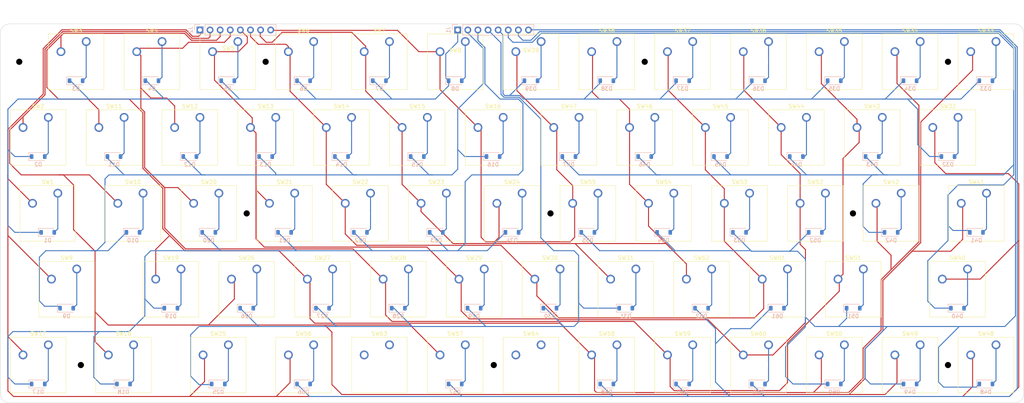
<source format=kicad_pcb>
(kicad_pcb (version 20221018) (generator pcbnew)

  (general
    (thickness 1.6)
  )

  (paper "A3")
  (layers
    (0 "F.Cu" signal)
    (31 "B.Cu" signal)
    (32 "B.Adhes" user "B.Adhesive")
    (33 "F.Adhes" user "F.Adhesive")
    (34 "B.Paste" user)
    (35 "F.Paste" user)
    (36 "B.SilkS" user "B.Silkscreen")
    (37 "F.SilkS" user "F.Silkscreen")
    (38 "B.Mask" user)
    (39 "F.Mask" user)
    (40 "Dwgs.User" user "User.Drawings")
    (41 "Cmts.User" user "User.Comments")
    (42 "Eco1.User" user "User.Eco1")
    (43 "Eco2.User" user "User.Eco2")
    (44 "Edge.Cuts" user)
    (45 "Margin" user)
    (46 "B.CrtYd" user "B.Courtyard")
    (47 "F.CrtYd" user "F.Courtyard")
    (48 "B.Fab" user)
    (49 "F.Fab" user)
    (50 "User.1" user)
    (51 "User.2" user)
    (52 "User.3" user)
    (53 "User.4" user)
    (54 "User.5" user)
    (55 "User.6" user)
    (56 "User.7" user)
    (57 "User.8" user)
    (58 "User.9" user)
  )

  (setup
    (pad_to_mask_clearance 0)
    (aux_axis_origin 83.185 188.11875)
    (grid_origin 83.185 188.11875)
    (pcbplotparams
      (layerselection 0x00010fc_ffffffff)
      (plot_on_all_layers_selection 0x0000000_00000000)
      (disableapertmacros false)
      (usegerberextensions false)
      (usegerberattributes true)
      (usegerberadvancedattributes true)
      (creategerberjobfile true)
      (dashed_line_dash_ratio 12.000000)
      (dashed_line_gap_ratio 3.000000)
      (svgprecision 4)
      (plotframeref false)
      (viasonmask false)
      (mode 1)
      (useauxorigin false)
      (hpglpennumber 1)
      (hpglpenspeed 20)
      (hpglpendiameter 15.000000)
      (dxfpolygonmode true)
      (dxfimperialunits true)
      (dxfusepcbnewfont true)
      (psnegative false)
      (psa4output false)
      (plotreference true)
      (plotvalue true)
      (plotinvisibletext false)
      (sketchpadsonfab false)
      (subtractmaskfromsilk false)
      (outputformat 1)
      (mirror false)
      (drillshape 1)
      (scaleselection 1)
      (outputdirectory "")
    )
  )

  (net 0 "")
  (net 1 "Net-(D1-K)")
  (net 2 "Net-(D1-A)")
  (net 3 "Net-(D10-A)")
  (net 4 "Net-(D10-K)")
  (net 5 "Net-(D17-K)")
  (net 6 "Net-(D17-A)")
  (net 7 "Net-(D25-K)")
  (net 8 "Net-(D25-A)")
  (net 9 "Net-(D32-K)")
  (net 10 "Net-(D33-A)")
  (net 11 "Net-(D40-K)")
  (net 12 "Net-(D41-A)")
  (net 13 "Net-(D48-K)")
  (net 14 "Net-(D49-A)")
  (net 15 "Net-(D56-K)")
  (net 16 "Net-(D56-A)")
  (net 17 "Net-(J2-Pin_1)")
  (net 18 "Net-(J2-Pin_2)")
  (net 19 "Net-(J2-Pin_3)")
  (net 20 "Net-(J2-Pin_4)")
  (net 21 "Net-(J2-Pin_5)")
  (net 22 "Net-(J2-Pin_6)")
  (net 23 "Net-(J2-Pin_7)")
  (net 24 "Net-(J2-Pin_8)")
  (net 25 "unconnected-(SW63-Pad1)")
  (net 26 "unconnected-(SW63-Pad2)")
  (net 27 "unconnected-(SW64-Pad1)")
  (net 28 "unconnected-(SW64-Pad2)")
  (net 29 "Net-(D2-A)")
  (net 30 "Net-(D3-A)")
  (net 31 "Net-(D4-A)")
  (net 32 "Net-(D5-A)")
  (net 33 "Net-(D6-A)")
  (net 34 "Net-(D7-A)")
  (net 35 "Net-(D8-A)")
  (net 36 "Net-(D9-A)")
  (net 37 "Net-(D11-A)")
  (net 38 "Net-(D12-A)")
  (net 39 "Net-(D13-A)")
  (net 40 "Net-(D14-A)")
  (net 41 "Net-(D15-A)")
  (net 42 "Net-(D16-A)")
  (net 43 "Net-(D18-A)")
  (net 44 "Net-(D19-A)")
  (net 45 "Net-(D20-A)")
  (net 46 "Net-(D21-A)")
  (net 47 "Net-(D22-A)")
  (net 48 "Net-(D23-A)")
  (net 49 "Net-(D24-A)")
  (net 50 "Net-(D26-A)")
  (net 51 "Net-(D27-A)")
  (net 52 "Net-(D28-A)")
  (net 53 "Net-(D29-A)")
  (net 54 "Net-(D30-A)")
  (net 55 "Net-(D31-A)")
  (net 56 "Net-(D32-A)")
  (net 57 "Net-(D34-A)")
  (net 58 "Net-(D35-A)")
  (net 59 "Net-(D36-A)")
  (net 60 "Net-(D37-A)")
  (net 61 "Net-(D38-A)")
  (net 62 "Net-(D39-A)")
  (net 63 "Net-(D40-A)")
  (net 64 "Net-(D42-A)")
  (net 65 "Net-(D43-A)")
  (net 66 "Net-(D44-A)")
  (net 67 "Net-(D45-A)")
  (net 68 "Net-(D46-A)")
  (net 69 "Net-(D47-A)")
  (net 70 "Net-(D48-A)")
  (net 71 "Net-(D50-A)")
  (net 72 "Net-(D51-A)")
  (net 73 "Net-(D52-A)")
  (net 74 "Net-(D53-A)")
  (net 75 "Net-(D54-A)")
  (net 76 "Net-(D55-A)")
  (net 77 "Net-(D57-A)")
  (net 78 "Net-(D58-A)")
  (net 79 "Net-(D59-A)")
  (net 80 "Net-(D60-A)")
  (net 81 "Net-(D61-A)")
  (net 82 "Net-(D62-A)")

  (footprint "Button_Switch_Keyboard:SW_Cherry_MX_1.00u_PCB" (layer "F.Cu") (at 285.75 116.36375))

  (footprint "Button_Switch_Keyboard:SW_Cherry_MX_1.00u_PCB" (layer "F.Cu") (at 261.9375 154.46375))

  (footprint "Button_Switch_Keyboard:SW_Cherry_MX_1.00u_PCB" (layer "F.Cu") (at 114.3 116.36375))

  (footprint "Button_Switch_Keyboard:SW_Cherry_MX_1.00u_PCB" (layer "F.Cu") (at 252.4125 135.41375))

  (footprint "Button_Switch_Keyboard:SW_Cherry_MX_1.25u_PCB" (layer "F.Cu") (at 140.49375 173.51375))

  (footprint "Button_Switch_Keyboard:SW_Cherry_MX_1.00u_PCB" (layer "F.Cu") (at 276.225 173.51375))

  (footprint "Button_Switch_Keyboard:SW_Cherry_MX_1.00u_PCB" (layer "F.Cu") (at 257.175 97.31375))

  (footprint "Button_Switch_Keyboard:SW_Cherry_MX_1.00u_PCB" (layer "F.Cu") (at 214.3125 135.41375))

  (footprint "Button_Switch_Keyboard:SW_Cherry_MX_1.00u_PCB" (layer "F.Cu") (at 180.975 97.31375))

  (footprint "Button_Switch_Keyboard:SW_Cherry_MX_1.00u_PCB" (layer "F.Cu") (at 200.025 173.51375))

  (footprint "Button_Switch_Keyboard:SW_Cherry_MX_1.00u_PCB" (layer "F.Cu") (at 200.025 97.31375))

  (footprint "xantronix-z32:ScrewMount" (layer "F.Cu") (at 221.435 140.49375))

  (footprint "Button_Switch_Keyboard:SW_Cherry_MX_1.00u_PCB" (layer "F.Cu") (at 233.3625 135.41375))

  (footprint "Button_Switch_Keyboard:SW_Cherry_MX_1.00u_PCB" (layer "F.Cu") (at 304.8 116.36375))

  (footprint "xantronix-z32:ScrewMount" (layer "F.Cu") (at 149.86 102.39375))

  (footprint "Button_Switch_Keyboard:SW_Cherry_MX_1.00u_PCB" (layer "F.Cu") (at 95.25 116.36375))

  (footprint "Button_Switch_Keyboard:SW_Cherry_MX_1.00u_PCB" (layer "F.Cu") (at 295.275 97.31375))

  (footprint "Button_Switch_Keyboard:SW_Cherry_MX_1.00u_PCB" (layer "F.Cu") (at 147.6375 154.46375))

  (footprint "Button_Switch_Keyboard:SW_Cherry_MX_1.00u_PCB" (layer "F.Cu") (at 152.4 116.36375))

  (footprint "Button_Switch_Keyboard:SW_Cherry_MX_1.00u_PCB" (layer "F.Cu") (at 290.5125 135.41375))

  (footprint "Button_Switch_Keyboard:SW_Cherry_MX_1.00u_PCB" (layer "F.Cu") (at 119.0625 135.41375))

  (footprint "Button_Switch_Keyboard:SW_Cherry_MX_1.00u_PCB" (layer "F.Cu") (at 142.875 97.31375))

  (footprint "Button_Switch_Keyboard:SW_Cherry_MX_1.00u_PCB" (layer "F.Cu") (at 276.225 97.31375))

  (footprint "Button_Switch_Keyboard:SW_Cherry_MX_1.00u_PCB" (layer "F.Cu") (at 323.85 116.36375))

  (footprint "Button_Switch_Keyboard:SW_Cherry_MX_1.00u_PCB" (layer "F.Cu") (at 309.5625 135.41375))

  (footprint "Button_Switch_Keyboard:SW_Cherry_MX_1.00u_PCB" (layer "F.Cu") (at 185.7375 154.46375))

  (footprint "Button_Switch_Keyboard:SW_Cherry_MX_1.25u_PCB" (layer "F.Cu") (at 97.63125 135.41375))

  (footprint "xantronix-z32:ScrewMount" (layer "F.Cu") (at 245.11 102.39375))

  (footprint "Button_Switch_Keyboard:SW_Cherry_MX_1.00u_PCB" (layer "F.Cu") (at 219.075 173.51375))

  (footprint "Button_Switch_Keyboard:SW_Cherry_MX_1.00u_PCB" (layer "F.Cu") (at 280.9875 154.46375))

  (footprint "Button_Switch_Keyboard:SW_Cherry_MX_1.00u_PCB" (layer "F.Cu") (at 204.7875 154.46375))

  (footprint "Button_Switch_Keyboard:SW_Cherry_MX_1.00u_PCB" (layer "F.Cu") (at 300.0375 154.46375))

  (footprint "Button_Switch_Keyboard:SW_Cherry_MX_1.00u_PCB" (layer "F.Cu") (at 247.65 116.36375))

  (footprint "Button_Switch_Keyboard:SW_Cherry_MX_1.00u_PCB" (layer "F.Cu") (at 257.175 173.51375))

  (footprint "Button_Switch_Keyboard:SW_Cherry_MX_1.00u_PCB" (layer "F.Cu") (at 133.35 116.36375))

  (footprint "xantronix-z32:ScrewMount" (layer "F.Cu") (at 145.0975 140.49375))

  (footprint "Button_Switch_Keyboard:SW_Cherry_MX_1.00u_PCB" (layer "F.Cu") (at 161.925 173.51375))

  (footprint "xantronix-z32:ScrewMount" (layer "F.Cu") (at 207.185 178.59375))

  (footprint "Button_Switch_Keyboard:SW_Cherry_MX_1.00u_PCB" (layer "F.Cu") (at 209.55 116.36375))

  (footprint "Button_Switch_Keyboard:SW_Cherry_MX_1.00u_PCB" (layer "F.Cu") (at 95.25 173.51375))

  (footprint "Button_Switch_Keyboard:SW_Cherry_MX_1.25u_PCB" (layer "F.Cu") (at 330.99375 135.41375))

  (footprint "Button_Switch_Keyboard:SW_Cherry_MX_1.00u_PCB" (layer "F.Cu") (at 128.5875 154.46375))

  (footprint "Button_Switch_Keyboard:SW_Cherry_MX_1.00u_PCB" (layer "F.Cu") (at 333.375 173.51375))

  (footprint "Button_Switch_Keyboard:SW_Cherry_MX_1.00u_PCB" (layer "F.Cu") (at 238.125 97.31375))

  (footprint "Button_Switch_Keyboard:SW_Cherry_MX_1.00u_PCB" (layer "F.Cu") (at 223.8375 154.46375))

  (footprint "Button_Switch_Keyboard:SW_Cherry_MX_1.00u_PCB" (layer "F.Cu")
    (tstamp 976cb9ce-e631-4a07-988d-d94dca76d087)
    (at 219.075 97.31375)
    (descr "Cherry MX keyswitch, 1.00u, PCB mount, http://cherryamericas.com/wp-content/uploads/2014/12/mx_cat.pdf")
    (tags "Cherry MX keyswitch 1.00u PCB")
    (property "Sheetfile" "xantronix-z32.kicad_sch")
    (property "Sheetname" "")
    (property "ki_description" "Push button switch, generic, two pins")
    (property "ki_keywords" "switch normally-open pushbutton push-button")
    (path "/851bf40d-2439-4374-84f7-bf723570f928")
    (attr through_hole)
    (fp_text reference "SW39" (at -2.54 2.18625) (layer "F.SilkS")
        (effects (font (size 1 1) (thickness 0.15)))
      (tstamp d5e10dfc-6c80-4c29-87ff-8f995c07bd44)
    )
    (fp_text value "SW_Push" (at -2.54 12.954) (layer "F.Fab")
        (effects (font (size 1 1) (thickness 0.15)))
      (tstamp 09951611-4cf2-4b94-8060-3eafc430344b)
    )
    (fp_text user "${REFERENCE}" (at -2.54 -2.794) (layer "F.Fab")
        (effects (font (size 1 1) (thickness 0.15)))
      (tstamp a262e151-c0b8-4ff0-8430-f583f8a38708)
    )
    (fp_line (start -9.525 -1.905) (end 4.445 -1.905)
      (stroke (width 0.12) (type solid)) (layer "F.SilkS") (tstamp b548ed35-5a1a-4059-95d4-1b1e5f394396))
    (fp_line (start -9.525 12.065) (end -9.525 -1.905)
      (stroke (width 0.12) (type solid)) (layer "F.SilkS") (tstamp a06d207f-8b8a-4cc1-9395-d3e39abde248))
    (fp_line (start 4.445 -1.905) (end 4.445 12.065)
      (stroke (width 0.12) (type solid)) (layer "F.SilkS") (tstamp cc4c0b89-9955-4917-9071-7131074328be))
    (fp_line (start 4.445 12.065) (end -9.525 12.065)
      (stroke (width 0.12) (type solid)) (layer "F.SilkS") (tstamp c6c228d9-aa6a-41c6-8616-05315a4ae560))
    (fp_line (start -12.065 -4.445) (end 6.985 -4.445)
      (stroke (width 0.15) (type solid)) (layer "Dwgs.User") (tstamp 8335b5a3-2bde-4bfa-86c4-bc21c73aefed))
    (fp_line (start -12.065 14.605) (end -12.065 -4.445)
      (stroke (width 0.15) (type solid)) (layer "Dwgs.User") (tstamp 06e700b3-c8f0-40e4-bf21-82da18a210d4))
    (fp_line (start 6.985 -4.445) (end 6.985 14.605)
      (stroke (width 0.15) (type solid)) (layer "Dwgs.User") (tstamp 9ac8fcee-e069-433e-b84a-1e12f2cec511))
    (fp_line (start 6.985 14.605) (end -12.065 14.605)
      (stroke (width 0.15) (type solid)) (layer "Dwgs.User") (tstamp 4c7c7e27-7da9-47bb-9684-0674038e6521))
    (fp_line (start -9.14 -1.52) (end 4.06 -1.52)
      (stroke (width 0.05) (type solid)) (layer "F.CrtYd") (tstamp d0cf5f43-6df8-4edd-9007-69c941e5986d))
    (fp_line (start -9.14 11.68) (end -9.14 -1.52)
      (stroke (width 0.05) (type solid)) (layer "F.CrtYd") (tstamp 2eedc4a6-be3d-4666-9b81-25eda5994de4))
    (fp_line (start 4.06 -1.52) (end 4.06 11.68)
      (stroke (width 0.05) (type solid)) (layer "F.CrtYd") (tstamp 26674f43-4792-425f-af12-6fe1794cd3ad))
    (fp_line (start 4.06 11.68) (end -9.14 11.68)
      (stroke (width 0.05) (type solid)) (layer "F.CrtYd")
... [491633 chars truncated]
</source>
